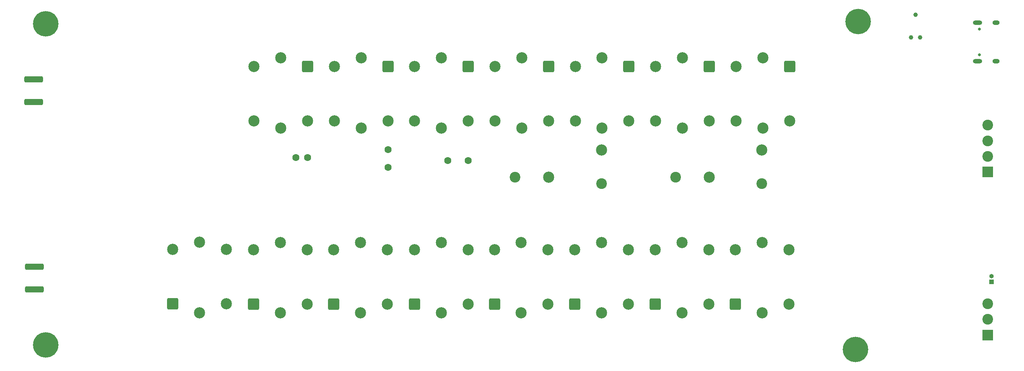
<source format=gbs>
G04 #@! TF.GenerationSoftware,KiCad,Pcbnew,8.0.2-8.0.2-0~ubuntu22.04.1*
G04 #@! TF.CreationDate,2024-05-04T14:35:27+03:00*
G04 #@! TF.ProjectId,ZFTuner,5a465475-6e65-4722-9e6b-696361645f70,A0*
G04 #@! TF.SameCoordinates,Original*
G04 #@! TF.FileFunction,Soldermask,Bot*
G04 #@! TF.FilePolarity,Negative*
%FSLAX46Y46*%
G04 Gerber Fmt 4.6, Leading zero omitted, Abs format (unit mm)*
G04 Created by KiCad (PCBNEW 8.0.2-8.0.2-0~ubuntu22.04.1) date 2024-05-04 14:35:27*
%MOMM*%
%LPD*%
G01*
G04 APERTURE LIST*
G04 Aperture macros list*
%AMRoundRect*
0 Rectangle with rounded corners*
0 $1 Rounding radius*
0 $2 $3 $4 $5 $6 $7 $8 $9 X,Y pos of 4 corners*
0 Add a 4 corners polygon primitive as box body*
4,1,4,$2,$3,$4,$5,$6,$7,$8,$9,$2,$3,0*
0 Add four circle primitives for the rounded corners*
1,1,$1+$1,$2,$3*
1,1,$1+$1,$4,$5*
1,1,$1+$1,$6,$7*
1,1,$1+$1,$8,$9*
0 Add four rect primitives between the rounded corners*
20,1,$1+$1,$2,$3,$4,$5,0*
20,1,$1+$1,$4,$5,$6,$7,0*
20,1,$1+$1,$6,$7,$8,$9,0*
20,1,$1+$1,$8,$9,$2,$3,0*%
G04 Aperture macros list end*
%ADD10C,2.400000*%
%ADD11C,2.500000*%
%ADD12RoundRect,0.350000X-1.750000X-0.350000X1.750000X-0.350000X1.750000X0.350000X-1.750000X0.350000X0*%
%ADD13C,5.700000*%
%ADD14C,0.990600*%
%ADD15RoundRect,0.250000X-1.000000X1.000000X-1.000000X-1.000000X1.000000X-1.000000X1.000000X1.000000X0*%
%ADD16C,1.600000*%
%ADD17RoundRect,0.250000X1.000000X-1.000000X1.000000X1.000000X-1.000000X1.000000X-1.000000X-1.000000X0*%
%ADD18R,2.400000X2.400000*%
%ADD19C,0.650000*%
%ADD20O,2.100000X1.000000*%
%ADD21O,1.600000X1.000000*%
%ADD22R,1.000000X1.000000*%
%ADD23O,1.000000X1.000000*%
G04 APERTURE END LIST*
D10*
X173500000Y-81300000D03*
D11*
X173500000Y-73800000D03*
D10*
X190157500Y-79900000D03*
D11*
X197657500Y-79900000D03*
D12*
X46407500Y-99950000D03*
X46407500Y-105050000D03*
D13*
X230400000Y-118500000D03*
D14*
X243865000Y-43480000D03*
X244881000Y-48560000D03*
X242849000Y-48560000D03*
D11*
X137657500Y-53117500D03*
X143657500Y-67317500D03*
X131657500Y-67317500D03*
D15*
X143657500Y-55117500D03*
D11*
X131657500Y-55117500D03*
X137657500Y-68917500D03*
D16*
X125657500Y-77660000D03*
X125657500Y-73740000D03*
D11*
X209540000Y-110317500D03*
X203540000Y-96117500D03*
X215540000Y-96117500D03*
D17*
X203540000Y-108317500D03*
D11*
X215540000Y-108317500D03*
X209540000Y-94517500D03*
X191540000Y-110317500D03*
X185540000Y-96117500D03*
X197540000Y-96117500D03*
D17*
X185540000Y-108317500D03*
D11*
X197540000Y-108317500D03*
X191540000Y-94517500D03*
X101657500Y-53117500D03*
X107657500Y-67317500D03*
X95657500Y-67317500D03*
D15*
X107657500Y-55117500D03*
D11*
X95657500Y-55117500D03*
X101657500Y-68917500D03*
D16*
X139067500Y-76200000D03*
X143657500Y-76200000D03*
D11*
X173540000Y-110317500D03*
X167540000Y-96117500D03*
X179540000Y-96117500D03*
D17*
X167540000Y-108317500D03*
D11*
X179540000Y-108317500D03*
X173540000Y-94517500D03*
D18*
X260100000Y-78750000D03*
D10*
X260100000Y-75250000D03*
X260100000Y-71750000D03*
X260100000Y-68250000D03*
D11*
X155657500Y-53117500D03*
X161657500Y-67317500D03*
X149657500Y-67317500D03*
D15*
X161657500Y-55117500D03*
D11*
X149657500Y-55117500D03*
X155657500Y-68917500D03*
X101540000Y-110317500D03*
X95540000Y-96117500D03*
X107540000Y-96117500D03*
D17*
X95540000Y-108317500D03*
D11*
X107540000Y-108317500D03*
X101540000Y-94517500D03*
D19*
X258235000Y-52445000D03*
X258235000Y-46665000D03*
D20*
X257735000Y-53875000D03*
D21*
X261915000Y-53875000D03*
D20*
X257735000Y-45235000D03*
D21*
X261915000Y-45235000D03*
D11*
X119540000Y-110317500D03*
X113540000Y-96117500D03*
X125540000Y-96117500D03*
D17*
X113540000Y-108317500D03*
D11*
X125540000Y-108317500D03*
X119540000Y-94517500D03*
X155540000Y-110317500D03*
X149540000Y-96117500D03*
X161540000Y-96117500D03*
D17*
X149540000Y-108317500D03*
D11*
X161540000Y-108317500D03*
X155540000Y-94517500D03*
D12*
X46307500Y-63050000D03*
X46307500Y-57950000D03*
D11*
X191657500Y-53117500D03*
X197657500Y-67317500D03*
X185657500Y-67317500D03*
D15*
X197657500Y-55117500D03*
D11*
X185657500Y-55117500D03*
X191657500Y-68917500D03*
X119657500Y-53117500D03*
X125657500Y-67317500D03*
X113657500Y-67317500D03*
D15*
X125657500Y-55117500D03*
D11*
X113657500Y-55117500D03*
X119657500Y-68917500D03*
X137657500Y-110317500D03*
X131657500Y-96117500D03*
X143657500Y-96117500D03*
D17*
X131657500Y-108317500D03*
D11*
X143657500Y-108317500D03*
X137657500Y-94517500D03*
D16*
X105077500Y-75500000D03*
X107657500Y-75500000D03*
D11*
X83422500Y-110292500D03*
X77422500Y-96092500D03*
X89422500Y-96092500D03*
D17*
X77422500Y-108292500D03*
D11*
X89422500Y-108292500D03*
X83422500Y-94492500D03*
D18*
X260100000Y-115250000D03*
D10*
X260100000Y-111750000D03*
X260100000Y-108250000D03*
D22*
X260900000Y-103350000D03*
D23*
X260900000Y-102080000D03*
D11*
X209657500Y-53117500D03*
X215657500Y-67317500D03*
X203657500Y-67317500D03*
D15*
X215657500Y-55117500D03*
D11*
X203657500Y-55117500D03*
X209657500Y-68917500D03*
D13*
X231000000Y-45000000D03*
X49000000Y-45500000D03*
X49000000Y-117500000D03*
D10*
X154157500Y-79900000D03*
D11*
X161657500Y-79900000D03*
D10*
X209400000Y-81300000D03*
D11*
X209400000Y-73800000D03*
X173657500Y-53117500D03*
X179657500Y-67317500D03*
X167657500Y-67317500D03*
D15*
X179657500Y-55117500D03*
D11*
X167657500Y-55117500D03*
X173657500Y-68917500D03*
M02*

</source>
